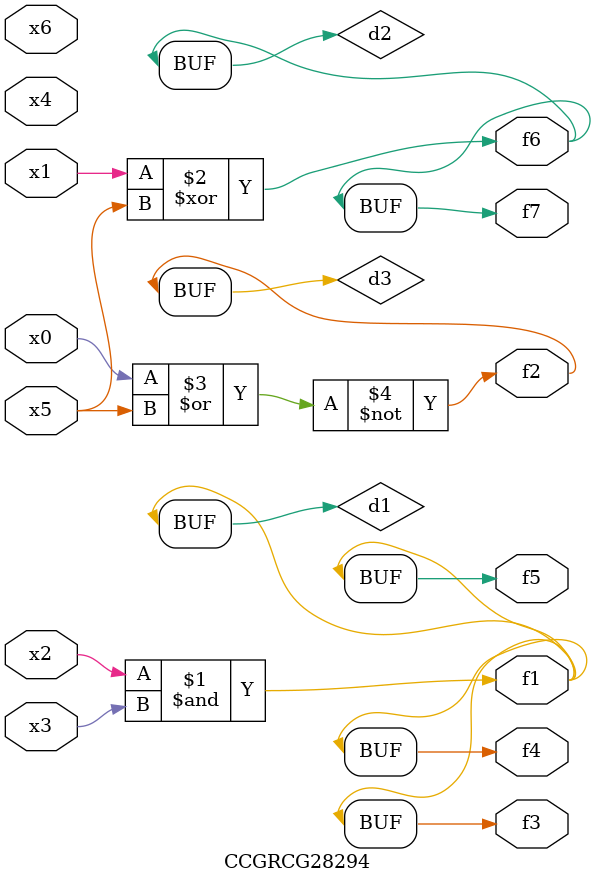
<source format=v>
module CCGRCG28294(
	input x0, x1, x2, x3, x4, x5, x6,
	output f1, f2, f3, f4, f5, f6, f7
);

	wire d1, d2, d3;

	and (d1, x2, x3);
	xor (d2, x1, x5);
	nor (d3, x0, x5);
	assign f1 = d1;
	assign f2 = d3;
	assign f3 = d1;
	assign f4 = d1;
	assign f5 = d1;
	assign f6 = d2;
	assign f7 = d2;
endmodule

</source>
